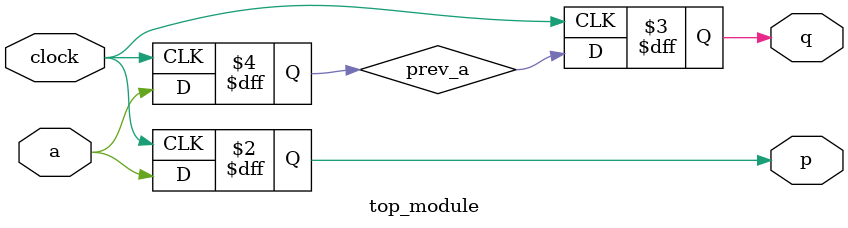
<source format=sv>
module top_module (
  input clock,
  input a,
  output reg p,
  output reg q
);
  reg prev_a;

  always @(posedge clock) begin
    prev_a <= a;
      
    // Output logic
    p <= a;
    q <= prev_a;
  end

endmodule

</source>
